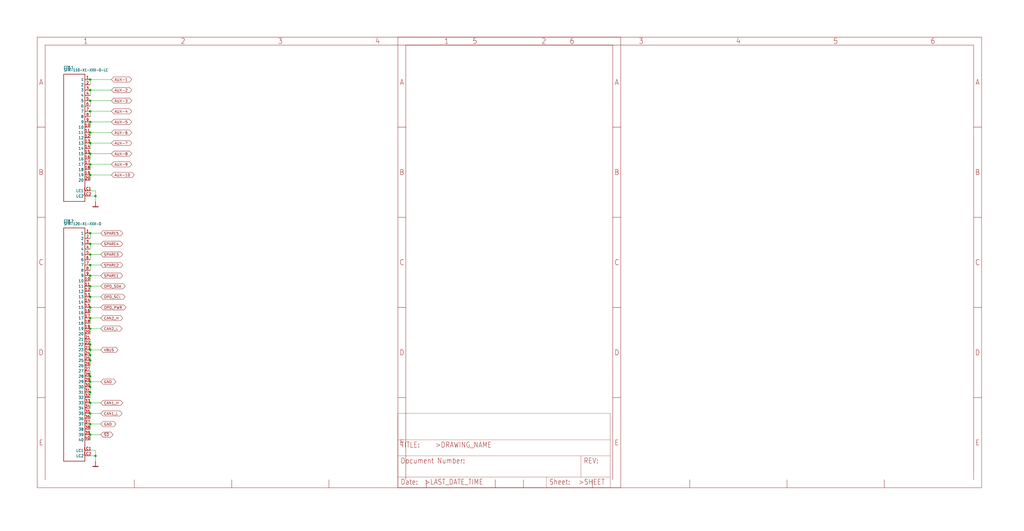
<source format=kicad_sch>
(kicad_sch (version 20211123) (generator eeschema)
  (paper "User" 490.22 254.406)
  (lib_symbols
    (symbol "oresat-backplane-2u-eagle-import:FRAME_A_L"
      (symbol "FRAME_A_L_0_0"
        (polyline (pts (xy 0 43.18) (xy 3.81 43.18)))
        (polyline (pts (xy 0 86.36) (xy 3.81 86.36)))
        (polyline (pts (xy 0 129.54) (xy 3.81 129.54)))
        (polyline (pts (xy 0 172.72) (xy 3.81 172.72)))
        (polyline (pts (xy 3.81 3.81) (xy 3.81 212.09)))
        (polyline (pts (xy 46.5667 0) (xy 46.5667 3.81)))
        (polyline (pts (xy 93.1333 0) (xy 93.1333 3.81)))
        (polyline (pts (xy 139.7 0) (xy 139.7 3.81)))
        (polyline (pts (xy 186.2667 0) (xy 186.2667 3.81)))
        (polyline (pts (xy 232.8333 0) (xy 232.8333 3.81)))
        (polyline (pts (xy 275.59 3.81) (xy 275.59 212.09)))
        (polyline (pts (xy 275.59 43.18) (xy 279.4 43.18)))
        (polyline (pts (xy 275.59 86.36) (xy 279.4 86.36)))
        (polyline (pts (xy 275.59 129.54) (xy 279.4 129.54)))
        (polyline (pts (xy 275.59 172.72) (xy 279.4 172.72)))
        (polyline (pts (xy 275.59 212.09) (xy 3.81 212.09)))
        (polyline (pts (xy 0 0) (xy 279.4 0) (xy 279.4 215.9) (xy 0 215.9) (xy 0 0)))
        (text "1" (at 23.2833 213.995 0) (effects (font (size 2.54 2.286))))
        (text "2" (at 69.85 213.995 0) (effects (font (size 2.54 2.286))))
        (text "3" (at 116.4167 213.995 0) (effects (font (size 2.54 2.286))))
        (text "4" (at 162.9833 213.995 0) (effects (font (size 2.54 2.286))))
        (text "5" (at 209.55 213.995 0) (effects (font (size 2.54 2.286))))
        (text "6" (at 256.1167 213.995 0) (effects (font (size 2.54 2.286))))
        (text "A" (at 1.905 194.31 0) (effects (font (size 2.54 2.286))))
        (text "A" (at 277.495 194.31 0) (effects (font (size 2.54 2.286))))
        (text "B" (at 1.905 151.13 0) (effects (font (size 2.54 2.286))))
        (text "B" (at 277.495 151.13 0) (effects (font (size 2.54 2.286))))
        (text "C" (at 1.905 107.95 0) (effects (font (size 2.54 2.286))))
        (text "C" (at 277.495 107.95 0) (effects (font (size 2.54 2.286))))
        (text "D" (at 1.905 64.77 0) (effects (font (size 2.54 2.286))))
        (text "D" (at 277.495 64.77 0) (effects (font (size 2.54 2.286))))
        (text "E" (at 1.905 21.59 0) (effects (font (size 2.54 2.286))))
        (text "E" (at 277.495 21.59 0) (effects (font (size 2.54 2.286))))
      )
      (symbol "FRAME_A_L_2_0"
        (polyline (pts (xy 0 0) (xy 0 5.08)) (stroke (width 0.1016)))
        (polyline (pts (xy 0 0) (xy 71.12 0)) (stroke (width 0.1016)))
        (polyline (pts (xy 0 5.08) (xy 0 15.24)) (stroke (width 0.1016)))
        (polyline (pts (xy 0 5.08) (xy 71.12 5.08)) (stroke (width 0.1016)))
        (polyline (pts (xy 0 15.24) (xy 0 22.86)) (stroke (width 0.1016)))
        (polyline (pts (xy 0 22.86) (xy 0 35.56)) (stroke (width 0.1016)))
        (polyline (pts (xy 0 22.86) (xy 101.6 22.86)) (stroke (width 0.1016)))
        (polyline (pts (xy 71.12 0) (xy 101.6 0)) (stroke (width 0.1016)))
        (polyline (pts (xy 71.12 5.08) (xy 71.12 0)) (stroke (width 0.1016)))
        (polyline (pts (xy 71.12 5.08) (xy 87.63 5.08)) (stroke (width 0.1016)))
        (polyline (pts (xy 87.63 5.08) (xy 101.6 5.08)) (stroke (width 0.1016)))
        (polyline (pts (xy 87.63 15.24) (xy 0 15.24)) (stroke (width 0.1016)))
        (polyline (pts (xy 87.63 15.24) (xy 87.63 5.08)) (stroke (width 0.1016)))
        (polyline (pts (xy 101.6 5.08) (xy 101.6 0)) (stroke (width 0.1016)))
        (polyline (pts (xy 101.6 15.24) (xy 87.63 15.24)) (stroke (width 0.1016)))
        (polyline (pts (xy 101.6 15.24) (xy 101.6 5.08)) (stroke (width 0.1016)))
        (polyline (pts (xy 101.6 22.86) (xy 101.6 15.24)) (stroke (width 0.1016)))
        (polyline (pts (xy 101.6 35.56) (xy 0 35.56)) (stroke (width 0.1016)))
        (polyline (pts (xy 101.6 35.56) (xy 101.6 22.86)) (stroke (width 0.1016)))
        (text ">DRAWING_NAME" (at 17.78 19.05 0) (effects (font (size 2.54 2.159)) (justify left bottom)))
        (text ">LAST_DATE_TIME" (at 12.7 1.27 0) (effects (font (size 2.54 2.159)) (justify left bottom)))
        (text ">SHEET" (at 86.36 1.27 0) (effects (font (size 2.54 2.159)) (justify left bottom)))
        (text "Date:" (at 1.27 1.27 0) (effects (font (size 2.54 2.159)) (justify left bottom)))
        (text "Document Number:" (at 1.27 11.43 0) (effects (font (size 2.54 2.159)) (justify left bottom)))
        (text "REV:" (at 88.9 11.43 0) (effects (font (size 2.54 2.159)) (justify left bottom)))
        (text "Sheet:" (at 72.39 1.27 0) (effects (font (size 2.54 2.159)) (justify left bottom)))
        (text "TITLE:" (at 1.27 19.05 0) (effects (font (size 2.54 2.159)) (justify left bottom)))
      )
    )
    (symbol "oresat-backplane-2u-eagle-import:GND" (power)
      (symbol "GND_1_0"
        (polyline (pts (xy -1.27 -2.54) (xy 1.27 -2.54)) (stroke (width 0.4064)))
        (pin power_in line (at 0 0 270) (length 2.54) (name "GND") (number "1"))
      )
    )
    (symbol "oresat-backplane-2u-eagle-import:SFM-110-X1-XXX-D-LC"
      (property "Reference" "CF" (at -2.54 33.02 0))
      (property "Value" "SFM-110-X1-XXX-D-LC" (at -2.54 31.75 0))
      (symbol "SFM-110-X1-XXX-D-LC_1_0"
        (polyline (pts (xy -2.54 -30.48) (xy -2.54 30.48)) (stroke (width 0.254)))
        (polyline (pts (xy -2.54 30.48) (xy 7.62 30.48)) (stroke (width 0.254)))
        (polyline (pts (xy 7.62 -30.48) (xy -2.54 -30.48)) (stroke (width 0.254)))
        (polyline (pts (xy 7.62 30.48) (xy 7.62 -30.48)) (stroke (width 0.254)))
        (pin passive line (at 10.16 27.94 180) (length 2.54) (name "1") (number "1"))
        (pin passive line (at 10.16 5.08 180) (length 2.54) (name "10") (number "10"))
        (pin passive line (at 10.16 2.54 180) (length 2.54) (name "11") (number "11"))
        (pin passive line (at 10.16 0 180) (length 2.54) (name "12") (number "12"))
        (pin passive line (at 10.16 -2.54 180) (length 2.54) (name "13") (number "13"))
        (pin passive line (at 10.16 -5.08 180) (length 2.54) (name "14") (number "14"))
        (pin passive line (at 10.16 -7.62 180) (length 2.54) (name "15") (number "15"))
        (pin passive line (at 10.16 -10.16 180) (length 2.54) (name "16") (number "16"))
        (pin passive line (at 10.16 -12.7 180) (length 2.54) (name "17") (number "17"))
        (pin passive line (at 10.16 -15.24 180) (length 2.54) (name "18") (number "18"))
        (pin passive line (at 10.16 -17.78 180) (length 2.54) (name "19") (number "19"))
        (pin passive line (at 10.16 25.4 180) (length 2.54) (name "2") (number "2"))
        (pin passive line (at 10.16 -20.32 180) (length 2.54) (name "20") (number "20"))
        (pin passive line (at 10.16 22.86 180) (length 2.54) (name "3") (number "3"))
        (pin passive line (at 10.16 20.32 180) (length 2.54) (name "4") (number "4"))
        (pin passive line (at 10.16 17.78 180) (length 2.54) (name "5") (number "5"))
        (pin passive line (at 10.16 15.24 180) (length 2.54) (name "6") (number "6"))
        (pin passive line (at 10.16 12.7 180) (length 2.54) (name "7") (number "7"))
        (pin passive line (at 10.16 10.16 180) (length 2.54) (name "8") (number "8"))
        (pin passive line (at 10.16 7.62 180) (length 2.54) (name "9") (number "9"))
        (pin passive line (at 10.16 -25.4 180) (length 2.54) (name "LC1") (number "LC1"))
        (pin passive line (at 10.16 -27.94 180) (length 2.54) (name "LC2") (number "LC2"))
      )
    )
    (symbol "oresat-backplane-2u-eagle-import:SFM-120-X1-XXX-D"
      (property "Reference" "J" (at -2.54 50.8 0))
      (property "Value" "SFM-120-X1-XXX-D" (at -2.54 49.53 0))
      (symbol "SFM-120-X1-XXX-D_1_0"
        (polyline (pts (xy -2.54 -63.5) (xy -2.54 48.26)) (stroke (width 0.254)))
        (polyline (pts (xy -2.54 48.26) (xy 7.62 48.26)) (stroke (width 0.254)))
        (polyline (pts (xy 7.62 -63.5) (xy -2.54 -63.5)) (stroke (width 0.254)))
        (polyline (pts (xy 7.62 48.26) (xy 7.62 -63.5)) (stroke (width 0.254)))
        (pin passive line (at 10.16 45.72 180) (length 2.54) (name "1") (number "1"))
        (pin passive line (at 10.16 22.86 180) (length 2.54) (name "10") (number "10"))
        (pin passive line (at 10.16 20.32 180) (length 2.54) (name "11") (number "11"))
        (pin passive line (at 10.16 17.78 180) (length 2.54) (name "12") (number "12"))
        (pin passive line (at 10.16 15.24 180) (length 2.54) (name "13") (number "13"))
        (pin passive line (at 10.16 12.7 180) (length 2.54) (name "14") (number "14"))
        (pin passive line (at 10.16 10.16 180) (length 2.54) (name "15") (number "15"))
        (pin passive line (at 10.16 7.62 180) (length 2.54) (name "16") (number "16"))
        (pin passive line (at 10.16 5.08 180) (length 2.54) (name "17") (number "17"))
        (pin passive line (at 10.16 2.54 180) (length 2.54) (name "18") (number "18"))
        (pin passive line (at 10.16 0 180) (length 2.54) (name "19") (number "19"))
        (pin passive line (at 10.16 43.18 180) (length 2.54) (name "2") (number "2"))
        (pin passive line (at 10.16 -2.54 180) (length 2.54) (name "20") (number "20"))
        (pin passive line (at 10.16 -5.08 180) (length 2.54) (name "21") (number "21"))
        (pin passive line (at 10.16 -7.62 180) (length 2.54) (name "22") (number "22"))
        (pin passive line (at 10.16 -10.16 180) (length 2.54) (name "23") (number "23"))
        (pin passive line (at 10.16 -12.7 180) (length 2.54) (name "24") (number "24"))
        (pin passive line (at 10.16 -15.24 180) (length 2.54) (name "25") (number "25"))
        (pin passive line (at 10.16 -17.78 180) (length 2.54) (name "26") (number "26"))
        (pin passive line (at 10.16 -20.32 180) (length 2.54) (name "27") (number "27"))
        (pin passive line (at 10.16 -22.86 180) (length 2.54) (name "28") (number "28"))
        (pin passive line (at 10.16 -25.4 180) (length 2.54) (name "29") (number "29"))
        (pin passive line (at 10.16 40.64 180) (length 2.54) (name "3") (number "3"))
        (pin passive line (at 10.16 -27.94 180) (length 2.54) (name "30") (number "30"))
        (pin passive line (at 10.16 -30.48 180) (length 2.54) (name "31") (number "31"))
        (pin passive line (at 10.16 -33.02 180) (length 2.54) (name "32") (number "32"))
        (pin passive line (at 10.16 -35.56 180) (length 2.54) (name "33") (number "33"))
        (pin passive line (at 10.16 -38.1 180) (length 2.54) (name "34") (number "34"))
        (pin passive line (at 10.16 -40.64 180) (length 2.54) (name "35") (number "35"))
        (pin passive line (at 10.16 -43.18 180) (length 2.54) (name "36") (number "36"))
        (pin passive line (at 10.16 -45.72 180) (length 2.54) (name "37") (number "37"))
        (pin passive line (at 10.16 -48.26 180) (length 2.54) (name "38") (number "38"))
        (pin passive line (at 10.16 -50.8 180) (length 2.54) (name "39") (number "39"))
        (pin passive line (at 10.16 38.1 180) (length 2.54) (name "4") (number "4"))
        (pin passive line (at 10.16 -53.34 180) (length 2.54) (name "40") (number "40"))
        (pin passive line (at 10.16 35.56 180) (length 2.54) (name "5") (number "5"))
        (pin passive line (at 10.16 33.02 180) (length 2.54) (name "6") (number "6"))
        (pin passive line (at 10.16 30.48 180) (length 2.54) (name "7") (number "7"))
        (pin passive line (at 10.16 27.94 180) (length 2.54) (name "8") (number "8"))
        (pin passive line (at 10.16 25.4 180) (length 2.54) (name "9") (number "9"))
        (pin passive line (at 10.16 -58.42 180) (length 2.54) (name "LC1") (number "LC1"))
        (pin passive line (at 10.16 -60.96 180) (length 2.54) (name "LC2") (number "LC2"))
      )
    )
  )
  (junction (at 43.18 127))
  (junction (at 43.18 48.26))
  (junction (at 43.18 43.18))
  (junction (at 43.18 137.16))
  (junction (at 43.18 121.92))
  (junction (at 43.18 132.08))
  (junction (at 43.18 58.42))
  (junction (at 43.18 147.32))
  (junction (at 43.18 68.58))
  (junction (at 43.18 78.74))
  (junction (at 43.18 198.12))
  (junction (at 43.18 111.76))
  (junction (at 43.18 167.64))
  (junction (at 43.18 152.4))
  (junction (at 43.18 187.96))
  (junction (at 43.18 165.1))
  (junction (at 45.72 218.44))
  (junction (at 43.18 63.5))
  (junction (at 43.18 203.2))
  (junction (at 43.18 193.04))
  (junction (at 43.18 180.34))
  (junction (at 43.18 172.72))
  (junction (at 43.18 116.84))
  (junction (at 45.72 93.98))
  (junction (at 43.18 185.42))
  (junction (at 43.18 182.88))
  (junction (at 43.18 208.28))
  (junction (at 43.18 83.82))
  (junction (at 43.18 73.66))
  (junction (at 43.18 38.1))
  (junction (at 43.18 142.24))
  (junction (at 43.18 53.34))
  (junction (at 43.18 157.48))
  (junction (at 43.18 170.18))
  (wire (pts (xy 43.18 38.1) (xy 53.34 38.1)))
  (wire (pts (xy 43.18 208.28) (xy 43.18 210.82)))
  (wire (pts (xy 43.18 180.34) (xy 43.18 177.8)))
  (wire (pts (xy 45.72 218.44) (xy 45.72 220.98)))
  (wire (pts (xy 43.18 121.92) (xy 48.26 121.92)))
  (wire (pts (xy 48.26 142.24) (xy 43.18 142.24)))
  (wire (pts (xy 43.18 78.74) (xy 53.34 78.74)))
  (wire (pts (xy 43.18 157.48) (xy 43.18 160.02)))
  (wire (pts (xy 43.18 68.58) (xy 53.34 68.58)))
  (wire (pts (xy 43.18 187.96) (xy 43.18 185.42)))
  (wire (pts (xy 43.18 63.5) (xy 53.34 63.5)))
  (wire (pts (xy 45.72 93.98) (xy 43.18 93.98)))
  (wire (pts (xy 43.18 83.82) (xy 53.34 83.82)))
  (wire (pts (xy 48.26 193.04) (xy 43.18 193.04)))
  (wire (pts (xy 43.18 137.16) (xy 43.18 139.7)))
  (wire (pts (xy 43.18 116.84) (xy 48.26 116.84)))
  (wire (pts (xy 43.18 68.58) (xy 43.18 71.12)))
  (wire (pts (xy 43.18 83.82) (xy 43.18 86.36)))
  (wire (pts (xy 43.18 38.1) (xy 43.18 40.64)))
  (wire (pts (xy 43.18 116.84) (xy 43.18 119.38)))
  (wire (pts (xy 48.26 147.32) (xy 43.18 147.32)))
  (wire (pts (xy 43.18 198.12) (xy 43.18 200.66)))
  (wire (pts (xy 48.26 208.28) (xy 43.18 208.28)))
  (wire (pts (xy 43.18 215.9) (xy 45.72 215.9)))
  (wire (pts (xy 45.72 91.44) (xy 43.18 91.44)))
  (wire (pts (xy 43.18 48.26) (xy 43.18 50.8)))
  (wire (pts (xy 43.18 58.42) (xy 53.34 58.42)))
  (wire (pts (xy 48.26 198.12) (xy 43.18 198.12)))
  (wire (pts (xy 43.18 193.04) (xy 43.18 195.58)))
  (wire (pts (xy 43.18 111.76) (xy 48.26 111.76)))
  (wire (pts (xy 43.18 132.08) (xy 43.18 134.62)))
  (wire (pts (xy 43.18 53.34) (xy 53.34 53.34)))
  (wire (pts (xy 48.26 152.4) (xy 43.18 152.4)))
  (wire (pts (xy 43.18 111.76) (xy 43.18 114.3)))
  (wire (pts (xy 43.18 58.42) (xy 43.18 60.96)))
  (wire (pts (xy 43.18 172.72) (xy 43.18 170.18)))
  (wire (pts (xy 43.18 218.44) (xy 45.72 218.44)))
  (wire (pts (xy 43.18 182.88) (xy 43.18 185.42)))
  (wire (pts (xy 43.18 182.88) (xy 43.18 180.34)))
  (wire (pts (xy 43.18 78.74) (xy 43.18 81.28)))
  (wire (pts (xy 45.72 215.9) (xy 45.72 218.44)))
  (wire (pts (xy 45.72 96.52) (xy 45.72 93.98)))
  (wire (pts (xy 43.18 165.1) (xy 43.18 162.56)))
  (wire (pts (xy 48.26 167.64) (xy 43.18 167.64)))
  (wire (pts (xy 48.26 132.08) (xy 43.18 132.08)))
  (wire (pts (xy 43.18 167.64) (xy 43.18 165.1)))
  (wire (pts (xy 48.26 127) (xy 43.18 127)))
  (wire (pts (xy 43.18 43.18) (xy 43.18 45.72)))
  (wire (pts (xy 43.18 152.4) (xy 43.18 154.94)))
  (wire (pts (xy 43.18 73.66) (xy 53.34 73.66)))
  (wire (pts (xy 43.18 43.18) (xy 53.34 43.18)))
  (wire (pts (xy 43.18 187.96) (xy 43.18 190.5)))
  (wire (pts (xy 43.18 63.5) (xy 43.18 66.04)))
  (wire (pts (xy 43.18 142.24) (xy 43.18 144.78)))
  (wire (pts (xy 43.18 147.32) (xy 43.18 149.86)))
  (wire (pts (xy 43.18 203.2) (xy 43.18 205.74)))
  (wire (pts (xy 48.26 203.2) (xy 43.18 203.2)))
  (wire (pts (xy 48.26 157.48) (xy 43.18 157.48)))
  (wire (pts (xy 43.18 172.72) (xy 43.18 175.26)))
  (wire (pts (xy 43.18 121.92) (xy 43.18 124.46)))
  (wire (pts (xy 43.18 48.26) (xy 53.34 48.26)))
  (wire (pts (xy 43.18 127) (xy 43.18 129.54)))
  (wire (pts (xy 48.26 182.88) (xy 43.18 182.88)))
  (wire (pts (xy 43.18 170.18) (xy 43.18 167.64)))
  (wire (pts (xy 43.18 53.34) (xy 43.18 55.88)))
  (wire (pts (xy 45.72 93.98) (xy 45.72 91.44)))
  (wire (pts (xy 43.18 73.66) (xy 43.18 76.2)))
  (wire (pts (xy 48.26 137.16) (xy 43.18 137.16)))
  (global_label "SPARE1" (shape bidirectional) (at 48.26 132.08 0) (effects (font (size 1.2446 1.2446))) (property "Intersheet References" "${INTERSHEET_REFS}" (effects hide)))
  (global_label "VBUS" (shape bidirectional) (at 48.26 167.64 0) (effects (font (size 1.2446 1.2446))) (property "Intersheet References" "${INTERSHEET_REFS}" (effects hide)))
  (global_label "CAN2_H" (shape bidirectional) (at 48.26 152.4 0) (effects (font (size 1.2446 1.2446))) (property "Intersheet References" "${INTERSHEET_REFS}" (effects hide)))
  (global_label "AUX-5" (shape bidirectional) (at 53.34 58.42 0) (effects (font (size 1.2446 1.2446))) (property "Intersheet References" "${INTERSHEET_REFS}" (effects hide)))
  (global_label "SPARE5" (shape bidirectional) (at 48.26 111.76 0) (effects (font (size 1.2446 1.2446))) (property "Intersheet References" "${INTERSHEET_REFS}" (effects hide)))
  (global_label "AUX-2" (shape bidirectional) (at 53.34 43.18 0) (effects (font (size 1.2446 1.2446))) (property "Intersheet References" "${INTERSHEET_REFS}" (effects hide)))
  (global_label "SPARE4" (shape bidirectional) (at 48.26 116.84 0) (effects (font (size 1.2446 1.2446))) (property "Intersheet References" "${INTERSHEET_REFS}" (effects hide)))
  (global_label "CAN1_H" (shape bidirectional) (at 48.26 193.04 0) (effects (font (size 1.2446 1.2446))) (property "Intersheet References" "${INTERSHEET_REFS}" (effects hide)))
  (global_label "AUX-6" (shape bidirectional) (at 53.34 63.5 0) (effects (font (size 1.2446 1.2446))) (property "Intersheet References" "${INTERSHEET_REFS}" (effects hide)))
  (global_label "~{SD}" (shape bidirectional) (at 48.26 208.28 0) (effects (font (size 1.2446 1.2446))) (property "Intersheet References" "${INTERSHEET_REFS}" (effects hide)))
  (global_label "OPD_SCL" (shape bidirectional) (at 48.26 142.24 0) (effects (font (size 1.2446 1.2446))) (property "Intersheet References" "${INTERSHEET_REFS}" (effects hide)))
  (global_label "SPARE2" (shape bidirectional) (at 48.26 127 0) (effects (font (size 1.2446 1.2446))) (property "Intersheet References" "${INTERSHEET_REFS}" (effects hide)))
  (global_label "OPD_SDA" (shape bidirectional) (at 48.26 137.16 0) (effects (font (size 1.2446 1.2446))) (property "Intersheet References" "${INTERSHEET_REFS}" (effects hide)))
  (global_label "AUX-1" (shape bidirectional) (at 53.34 38.1 0) (effects (font (size 1.2446 1.2446))) (property "Intersheet References" "${INTERSHEET_REFS}" (effects hide)))
  (global_label "CAN1_L" (shape bidirectional) (at 48.26 198.12 0) (effects (font (size 1.2446 1.2446))) (property "Intersheet References" "${INTERSHEET_REFS}" (effects hide)))
  (global_label "AUX-9" (shape bidirectional) (at 53.34 78.74 0) (effects (font (size 1.2446 1.2446))) (property "Intersheet References" "${INTERSHEET_REFS}" (effects hide)))
  (global_label "CAN2_L" (shape bidirectional) (at 48.26 157.48 0) (effects (font (size 1.2446 1.2446))) (property "Intersheet References" "${INTERSHEET_REFS}" (effects hide)))
  (global_label "GND" (shape bidirectional) (at 48.26 203.2 0) (effects (font (size 1.2446 1.2446))) (property "Intersheet References" "${INTERSHEET_REFS}" (effects hide)))
  (global_label "GND" (shape bidirectional) (at 48.26 182.88 0) (effects (font (size 1.2446 1.2446))) (property "Intersheet References" "${INTERSHEET_REFS}" (effects hide)))
  (global_label "SPARE3" (shape bidirectional) (at 48.26 121.92 0) (effects (font (size 1.2446 1.2446))) (property "Intersheet References" "${INTERSHEET_REFS}" (effects hide)))
  (global_label "AUX-3" (shape bidirectional) (at 53.34 48.26 0) (effects (font (size 1.2446 1.2446))) (property "Intersheet References" "${INTERSHEET_REFS}" (effects hide)))
  (global_label "AUX-7" (shape bidirectional) (at 53.34 68.58 0) (effects (font (size 1.2446 1.2446))) (property "Intersheet References" "${INTERSHEET_REFS}" (effects hide)))
  (global_label "AUX-10" (shape bidirectional) (at 53.34 83.82 0) (effects (font (size 1.2446 1.2446))) (property "Intersheet References" "${INTERSHEET_REFS}" (effects hide)))
  (global_label "AUX-8" (shape bidirectional) (at 53.34 73.66 0) (effects (font (size 1.2446 1.2446))) (property "Intersheet References" "${INTERSHEET_REFS}" (effects hide)))
  (global_label "AUX-4" (shape bidirectional) (at 53.34 53.34 0) (effects (font (size 1.2446 1.2446))) (property "Intersheet References" "${INTERSHEET_REFS}" (effects hide)))
  (global_label "OPD_PWR" (shape bidirectional) (at 48.26 147.32 0) (effects (font (size 1.2446 1.2446))) (property "Intersheet References" "${INTERSHEET_REFS}" (effects hide)))
  (symbol (lib_id "oresat-backplane-2u-eagle-import:FRAME_A_L") (at 190.5 233.68 0) (unit 2)
    (property "Reference" "#FRAME13" (effects hide))
    (property "Value" "FRAME_A_L" (effects hide))
    (property "Footprint" "oresat-backplane-2u:" (effects hide))
  )
  (symbol (lib_id "oresat-backplane-2u-eagle-import:FRAME_A_L") (at 17.78 233.68 0) (unit 1)
    (property "Reference" "#FRAME13" (effects hide))
    (property "Value" "FRAME_A_L" (effects hide))
    (property "Footprint" "oresat-backplane-2u:" (effects hide))
  )
  (symbol (lib_id "oresat-backplane-2u-eagle-import:SFM-110-X1-XXX-D-LC") (at 33.02 66.04 0) (unit 1)
    (property "Reference" "CF8.1" (at 30.48 33.02 0) (effects (font (size 1.27 1.0795)) (justify left bottom)))
    (property "Value" "SFM-110-X1-XXX-D-LC" (at 30.48 34.29 0) (effects (font (size 1.27 1.0795)) (justify left bottom)))
    (property "Footprint" "oresat-backplane-2u:SFM-110-X1-XXX-D-LC" (effects hide))
  )
  (symbol (lib_id "oresat-backplane-2u-eagle-import:SFM-120-X1-XXX-D") (at 33.02 157.48 0) (unit 1)
    (property "Reference" "CF8.2" (at 30.48 106.68 0) (effects (font (size 1.27 1.0795)) (justify left bottom)))
    (property "Value" "SFM-120-X1-XXX-D" (at 30.48 107.95 0) (effects (font (size 1.27 1.0795)) (justify left bottom)))
    (property "Footprint" "oresat-backplane-2u:SFM-120-X1-XXX-D" (effects hide))
  )
  (symbol (lib_id "oresat-backplane-2u-eagle-import:GND") (at 45.72 220.98 0) (unit 1)
    (property "Reference" "#GND073" (effects hide))
    (property "Value" "GND" (effects hide))
    (property "Footprint" "oresat-backplane-2u:" (effects hide))
  )
  (symbol (lib_id "oresat-backplane-2u-eagle-import:GND") (at 45.72 96.52 0) (unit 1)
    (property "Reference" "#GND077" (effects hide))
    (property "Value" "GND" (effects hide))
    (property "Footprint" "oresat-backplane-2u:" (effects hide))
  )
)
</source>
